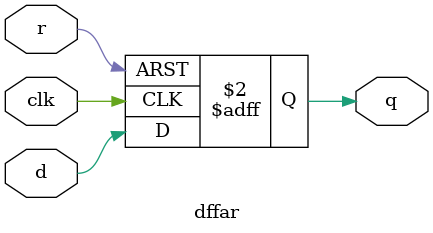
<source format=v>
module dffar #(parameter WIDTH=1) (
	input [WIDTH-1:0] d,
	output [WIDTH-1:0] q,
	input clk, r
);

	always @(posedge clk, posedge r)
		if (r)
			q <= {WIDTH{1'b0}};
		else
			q <= d;

endmodule

</source>
